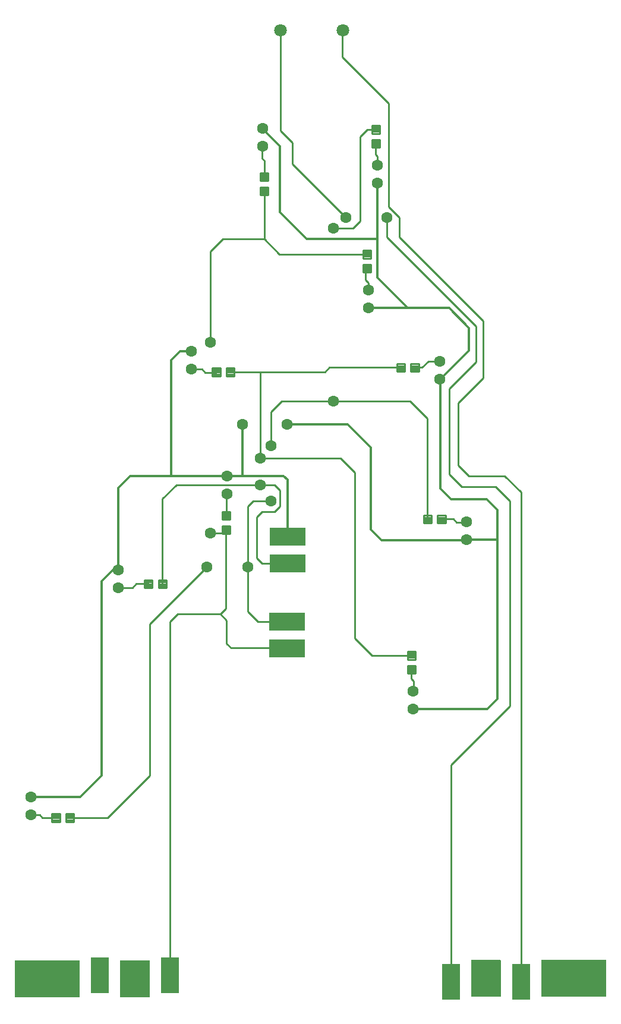
<source format=gbr>
G04 EAGLE Gerber RS-274X export*
G75*
%MOMM*%
%FSLAX34Y34*%
%LPD*%
%INBottom Copper*%
%IPPOS*%
%AMOC8*
5,1,8,0,0,1.08239X$1,22.5*%
G01*
%ADD10R,2.540000X5.080000*%
%ADD11R,5.080000X2.540000*%
%ADD12C,1.800000*%
%ADD13C,1.600000*%
%ADD14C,0.280000*%
%ADD15C,0.254000*%
%ADD16C,0.300000*%

G36*
X844648Y14956D02*
X844648Y14956D01*
X844767Y14963D01*
X844805Y14976D01*
X844846Y14981D01*
X844956Y15024D01*
X845069Y15061D01*
X845104Y15083D01*
X845141Y15098D01*
X845237Y15168D01*
X845338Y15231D01*
X845366Y15261D01*
X845399Y15284D01*
X845475Y15376D01*
X845556Y15463D01*
X845576Y15498D01*
X845601Y15529D01*
X845652Y15637D01*
X845710Y15741D01*
X845720Y15781D01*
X845737Y15817D01*
X845759Y15934D01*
X845789Y16049D01*
X845793Y16110D01*
X845797Y16130D01*
X845795Y16150D01*
X845799Y16210D01*
X845799Y66210D01*
X845784Y66328D01*
X845777Y66447D01*
X845764Y66485D01*
X845759Y66526D01*
X845716Y66636D01*
X845679Y66749D01*
X845657Y66784D01*
X845642Y66821D01*
X845573Y66917D01*
X845509Y67018D01*
X845479Y67046D01*
X845456Y67079D01*
X845364Y67155D01*
X845277Y67236D01*
X845242Y67256D01*
X845211Y67281D01*
X845103Y67332D01*
X844999Y67390D01*
X844959Y67400D01*
X844923Y67417D01*
X844806Y67439D01*
X844691Y67469D01*
X844631Y67473D01*
X844611Y67477D01*
X844590Y67475D01*
X844530Y67479D01*
X754530Y67479D01*
X754412Y67464D01*
X754293Y67457D01*
X754255Y67444D01*
X754214Y67439D01*
X754104Y67396D01*
X753991Y67359D01*
X753956Y67337D01*
X753919Y67322D01*
X753823Y67253D01*
X753722Y67189D01*
X753694Y67159D01*
X753661Y67136D01*
X753586Y67044D01*
X753504Y66957D01*
X753484Y66922D01*
X753459Y66891D01*
X753408Y66783D01*
X753350Y66679D01*
X753340Y66639D01*
X753323Y66603D01*
X753301Y66486D01*
X753271Y66371D01*
X753267Y66311D01*
X753263Y66291D01*
X753265Y66270D01*
X753261Y66210D01*
X753261Y16210D01*
X753276Y16092D01*
X753283Y15973D01*
X753296Y15935D01*
X753301Y15894D01*
X753344Y15784D01*
X753381Y15671D01*
X753403Y15636D01*
X753418Y15599D01*
X753488Y15503D01*
X753551Y15402D01*
X753581Y15374D01*
X753604Y15341D01*
X753696Y15266D01*
X753783Y15184D01*
X753818Y15164D01*
X753849Y15139D01*
X753957Y15088D01*
X754061Y15030D01*
X754101Y15020D01*
X754137Y15003D01*
X754254Y14981D01*
X754369Y14951D01*
X754430Y14947D01*
X754450Y14943D01*
X754470Y14945D01*
X754530Y14941D01*
X844530Y14941D01*
X844648Y14956D01*
G37*
G36*
X94648Y14156D02*
X94648Y14156D01*
X94767Y14163D01*
X94805Y14176D01*
X94846Y14181D01*
X94956Y14224D01*
X95069Y14261D01*
X95104Y14283D01*
X95141Y14298D01*
X95237Y14368D01*
X95338Y14431D01*
X95366Y14461D01*
X95399Y14484D01*
X95475Y14576D01*
X95556Y14663D01*
X95576Y14698D01*
X95601Y14729D01*
X95652Y14837D01*
X95710Y14941D01*
X95720Y14981D01*
X95737Y15017D01*
X95759Y15134D01*
X95789Y15249D01*
X95793Y15310D01*
X95797Y15330D01*
X95795Y15350D01*
X95799Y15410D01*
X95799Y65410D01*
X95784Y65528D01*
X95777Y65647D01*
X95764Y65685D01*
X95759Y65726D01*
X95716Y65836D01*
X95679Y65949D01*
X95657Y65984D01*
X95642Y66021D01*
X95573Y66117D01*
X95509Y66218D01*
X95479Y66246D01*
X95456Y66279D01*
X95364Y66355D01*
X95277Y66436D01*
X95242Y66456D01*
X95211Y66481D01*
X95103Y66532D01*
X94999Y66590D01*
X94959Y66600D01*
X94923Y66617D01*
X94806Y66639D01*
X94691Y66669D01*
X94631Y66673D01*
X94611Y66677D01*
X94590Y66675D01*
X94530Y66679D01*
X4530Y66679D01*
X4412Y66664D01*
X4293Y66657D01*
X4255Y66644D01*
X4214Y66639D01*
X4104Y66596D01*
X3991Y66559D01*
X3956Y66537D01*
X3919Y66522D01*
X3823Y66453D01*
X3722Y66389D01*
X3694Y66359D01*
X3661Y66336D01*
X3586Y66244D01*
X3504Y66157D01*
X3484Y66122D01*
X3459Y66091D01*
X3408Y65983D01*
X3350Y65879D01*
X3340Y65839D01*
X3323Y65803D01*
X3301Y65686D01*
X3271Y65571D01*
X3267Y65511D01*
X3263Y65491D01*
X3265Y65470D01*
X3261Y65410D01*
X3261Y15410D01*
X3276Y15292D01*
X3283Y15173D01*
X3296Y15135D01*
X3301Y15094D01*
X3344Y14984D01*
X3381Y14871D01*
X3403Y14836D01*
X3418Y14799D01*
X3488Y14703D01*
X3551Y14602D01*
X3581Y14574D01*
X3604Y14541D01*
X3696Y14466D01*
X3783Y14384D01*
X3818Y14364D01*
X3849Y14339D01*
X3957Y14288D01*
X4061Y14230D01*
X4101Y14220D01*
X4137Y14203D01*
X4254Y14181D01*
X4369Y14151D01*
X4430Y14147D01*
X4450Y14143D01*
X4470Y14145D01*
X4530Y14141D01*
X94530Y14141D01*
X94648Y14156D01*
G37*
G36*
X694648Y14956D02*
X694648Y14956D01*
X694767Y14963D01*
X694805Y14976D01*
X694846Y14981D01*
X694956Y15024D01*
X695069Y15061D01*
X695104Y15083D01*
X695141Y15098D01*
X695237Y15168D01*
X695338Y15231D01*
X695366Y15261D01*
X695399Y15284D01*
X695475Y15376D01*
X695556Y15463D01*
X695576Y15498D01*
X695601Y15529D01*
X695652Y15637D01*
X695710Y15741D01*
X695720Y15781D01*
X695737Y15817D01*
X695759Y15934D01*
X695789Y16049D01*
X695793Y16110D01*
X695797Y16130D01*
X695795Y16150D01*
X695799Y16210D01*
X695799Y66210D01*
X695784Y66328D01*
X695777Y66447D01*
X695764Y66485D01*
X695759Y66526D01*
X695716Y66636D01*
X695679Y66749D01*
X695657Y66784D01*
X695642Y66821D01*
X695573Y66917D01*
X695509Y67018D01*
X695479Y67046D01*
X695456Y67079D01*
X695364Y67155D01*
X695277Y67236D01*
X695242Y67256D01*
X695211Y67281D01*
X695103Y67332D01*
X694999Y67390D01*
X694959Y67400D01*
X694923Y67417D01*
X694806Y67439D01*
X694691Y67469D01*
X694631Y67473D01*
X694611Y67477D01*
X694590Y67475D01*
X694530Y67479D01*
X654530Y67479D01*
X654412Y67464D01*
X654293Y67457D01*
X654255Y67444D01*
X654214Y67439D01*
X654104Y67396D01*
X653991Y67359D01*
X653956Y67337D01*
X653919Y67322D01*
X653823Y67253D01*
X653722Y67189D01*
X653694Y67159D01*
X653661Y67136D01*
X653586Y67044D01*
X653504Y66957D01*
X653484Y66922D01*
X653459Y66891D01*
X653408Y66783D01*
X653350Y66679D01*
X653340Y66639D01*
X653323Y66603D01*
X653301Y66486D01*
X653271Y66371D01*
X653267Y66311D01*
X653263Y66291D01*
X653265Y66270D01*
X653261Y66210D01*
X653261Y16210D01*
X653276Y16092D01*
X653283Y15973D01*
X653296Y15935D01*
X653301Y15894D01*
X653344Y15784D01*
X653381Y15671D01*
X653403Y15636D01*
X653418Y15599D01*
X653488Y15503D01*
X653551Y15402D01*
X653581Y15374D01*
X653604Y15341D01*
X653696Y15266D01*
X653783Y15184D01*
X653818Y15164D01*
X653849Y15139D01*
X653957Y15088D01*
X654061Y15030D01*
X654101Y15020D01*
X654137Y15003D01*
X654254Y14981D01*
X654369Y14951D01*
X654430Y14947D01*
X654450Y14943D01*
X654470Y14945D01*
X654530Y14941D01*
X694530Y14941D01*
X694648Y14956D01*
G37*
G36*
X194648Y14156D02*
X194648Y14156D01*
X194767Y14163D01*
X194805Y14176D01*
X194846Y14181D01*
X194956Y14224D01*
X195069Y14261D01*
X195104Y14283D01*
X195141Y14298D01*
X195237Y14368D01*
X195338Y14431D01*
X195366Y14461D01*
X195399Y14484D01*
X195475Y14576D01*
X195556Y14663D01*
X195576Y14698D01*
X195601Y14729D01*
X195652Y14837D01*
X195710Y14941D01*
X195720Y14981D01*
X195737Y15017D01*
X195759Y15134D01*
X195789Y15249D01*
X195793Y15310D01*
X195797Y15330D01*
X195795Y15350D01*
X195799Y15410D01*
X195799Y65410D01*
X195784Y65528D01*
X195777Y65647D01*
X195764Y65685D01*
X195759Y65726D01*
X195716Y65836D01*
X195679Y65949D01*
X195657Y65984D01*
X195642Y66021D01*
X195573Y66117D01*
X195509Y66218D01*
X195479Y66246D01*
X195456Y66279D01*
X195364Y66355D01*
X195277Y66436D01*
X195242Y66456D01*
X195211Y66481D01*
X195103Y66532D01*
X194999Y66590D01*
X194959Y66600D01*
X194923Y66617D01*
X194806Y66639D01*
X194691Y66669D01*
X194631Y66673D01*
X194611Y66677D01*
X194590Y66675D01*
X194530Y66679D01*
X154530Y66679D01*
X154412Y66664D01*
X154293Y66657D01*
X154255Y66644D01*
X154214Y66639D01*
X154104Y66596D01*
X153991Y66559D01*
X153956Y66537D01*
X153919Y66522D01*
X153823Y66453D01*
X153722Y66389D01*
X153694Y66359D01*
X153661Y66336D01*
X153586Y66244D01*
X153504Y66157D01*
X153484Y66122D01*
X153459Y66091D01*
X153408Y65983D01*
X153350Y65879D01*
X153340Y65839D01*
X153323Y65803D01*
X153301Y65686D01*
X153271Y65571D01*
X153267Y65511D01*
X153263Y65491D01*
X153265Y65470D01*
X153261Y65410D01*
X153261Y15410D01*
X153276Y15292D01*
X153283Y15173D01*
X153296Y15135D01*
X153301Y15094D01*
X153344Y14984D01*
X153381Y14871D01*
X153403Y14836D01*
X153418Y14799D01*
X153488Y14703D01*
X153551Y14602D01*
X153581Y14574D01*
X153604Y14541D01*
X153696Y14466D01*
X153783Y14384D01*
X153818Y14364D01*
X153849Y14339D01*
X153957Y14288D01*
X154061Y14230D01*
X154101Y14220D01*
X154137Y14203D01*
X154254Y14181D01*
X154369Y14151D01*
X154430Y14147D01*
X154450Y14143D01*
X154470Y14145D01*
X154530Y14141D01*
X194530Y14141D01*
X194648Y14156D01*
G37*
D10*
X624530Y36210D03*
X724530Y36210D03*
X224530Y45410D03*
X124530Y45410D03*
D11*
X391760Y670190D03*
X391760Y632090D03*
X391270Y549210D03*
X391270Y511110D03*
D12*
X470800Y1391500D03*
D13*
X150600Y622800D03*
X150600Y597400D03*
X254900Y934300D03*
X254900Y908900D03*
X646800Y665900D03*
X646800Y691300D03*
X305700Y756500D03*
X305700Y731100D03*
X608700Y894500D03*
X608700Y919900D03*
X519800Y1173900D03*
X519800Y1199300D03*
X356500Y1251800D03*
X356500Y1226400D03*
X570600Y424600D03*
X570600Y450000D03*
X26300Y299300D03*
X26300Y273900D03*
X507100Y996100D03*
X507100Y1021500D03*
D12*
X381900Y1391500D03*
D14*
X199100Y597600D02*
X187900Y597600D01*
X187900Y608800D01*
X199100Y608800D01*
X199100Y597600D01*
X199100Y600260D02*
X187900Y600260D01*
X187900Y602920D02*
X199100Y602920D01*
X199100Y605580D02*
X187900Y605580D01*
X187900Y608240D02*
X199100Y608240D01*
X208090Y597600D02*
X219290Y597600D01*
X208090Y597600D02*
X208090Y608800D01*
X219290Y608800D01*
X219290Y597600D01*
X219290Y600260D02*
X208090Y600260D01*
X208090Y602920D02*
X219290Y602920D01*
X219290Y605580D02*
X208090Y605580D01*
X208090Y608240D02*
X219290Y608240D01*
X284800Y899200D02*
X296000Y899200D01*
X284800Y899200D02*
X284800Y910400D01*
X296000Y910400D01*
X296000Y899200D01*
X296000Y901860D02*
X284800Y901860D01*
X284800Y904520D02*
X296000Y904520D01*
X296000Y907180D02*
X284800Y907180D01*
X284800Y909840D02*
X296000Y909840D01*
X304990Y899200D02*
X316190Y899200D01*
X304990Y899200D02*
X304990Y910400D01*
X316190Y910400D01*
X316190Y899200D01*
X316190Y901860D02*
X304990Y901860D01*
X304990Y904520D02*
X316190Y904520D01*
X316190Y907180D02*
X304990Y907180D01*
X304990Y909840D02*
X316190Y909840D01*
X605700Y701000D02*
X616900Y701000D01*
X616900Y689800D01*
X605700Y689800D01*
X605700Y701000D01*
X605700Y692460D02*
X616900Y692460D01*
X616900Y695120D02*
X605700Y695120D01*
X605700Y697780D02*
X616900Y697780D01*
X616900Y700440D02*
X605700Y700440D01*
X596710Y701000D02*
X585510Y701000D01*
X596710Y701000D02*
X596710Y689800D01*
X585510Y689800D01*
X585510Y701000D01*
X585510Y692460D02*
X596710Y692460D01*
X596710Y695120D02*
X585510Y695120D01*
X585510Y697780D02*
X596710Y697780D01*
X596710Y700440D02*
X585510Y700440D01*
X298490Y705800D02*
X298490Y694600D01*
X298490Y705800D02*
X309690Y705800D01*
X309690Y694600D01*
X298490Y694600D01*
X298490Y697260D02*
X309690Y697260D01*
X309690Y699920D02*
X298490Y699920D01*
X298490Y702580D02*
X309690Y702580D01*
X309690Y705240D02*
X298490Y705240D01*
X298490Y685610D02*
X298490Y674410D01*
X298490Y685610D02*
X309690Y685610D01*
X309690Y674410D01*
X298490Y674410D01*
X298490Y677070D02*
X309690Y677070D01*
X309690Y679730D02*
X298490Y679730D01*
X298490Y682390D02*
X309690Y682390D01*
X309690Y685050D02*
X298490Y685050D01*
X567600Y916900D02*
X578800Y916900D01*
X578800Y905700D01*
X567600Y905700D01*
X567600Y916900D01*
X567600Y908360D02*
X578800Y908360D01*
X578800Y911020D02*
X567600Y911020D01*
X567600Y913680D02*
X578800Y913680D01*
X578800Y916340D02*
X567600Y916340D01*
X558610Y916900D02*
X547410Y916900D01*
X558610Y916900D02*
X558610Y905700D01*
X547410Y905700D01*
X547410Y916900D01*
X547410Y908360D02*
X558610Y908360D01*
X558610Y911020D02*
X547410Y911020D01*
X547410Y913680D02*
X558610Y913680D01*
X558610Y916340D02*
X547410Y916340D01*
X523200Y1224600D02*
X523200Y1235800D01*
X523200Y1224600D02*
X512000Y1224600D01*
X512000Y1235800D01*
X523200Y1235800D01*
X523200Y1227260D02*
X512000Y1227260D01*
X512000Y1229920D02*
X523200Y1229920D01*
X523200Y1232580D02*
X512000Y1232580D01*
X512000Y1235240D02*
X523200Y1235240D01*
X523200Y1244790D02*
X523200Y1255990D01*
X523200Y1244790D02*
X512000Y1244790D01*
X512000Y1255990D01*
X523200Y1255990D01*
X523200Y1247450D02*
X512000Y1247450D01*
X512000Y1250110D02*
X523200Y1250110D01*
X523200Y1252770D02*
X512000Y1252770D01*
X512000Y1255430D02*
X523200Y1255430D01*
X353100Y1188400D02*
X353100Y1177200D01*
X353100Y1188400D02*
X364300Y1188400D01*
X364300Y1177200D01*
X353100Y1177200D01*
X353100Y1179860D02*
X364300Y1179860D01*
X364300Y1182520D02*
X353100Y1182520D01*
X353100Y1185180D02*
X364300Y1185180D01*
X364300Y1187840D02*
X353100Y1187840D01*
X353100Y1168210D02*
X353100Y1157010D01*
X353100Y1168210D02*
X364300Y1168210D01*
X364300Y1157010D01*
X353100Y1157010D01*
X353100Y1159670D02*
X364300Y1159670D01*
X364300Y1162330D02*
X353100Y1162330D01*
X353100Y1164990D02*
X364300Y1164990D01*
X364300Y1167650D02*
X353100Y1167650D01*
X574000Y486500D02*
X574000Y475300D01*
X562800Y475300D01*
X562800Y486500D01*
X574000Y486500D01*
X574000Y477960D02*
X562800Y477960D01*
X562800Y480620D02*
X574000Y480620D01*
X574000Y483280D02*
X562800Y483280D01*
X562800Y485940D02*
X574000Y485940D01*
X574000Y495490D02*
X574000Y506690D01*
X574000Y495490D02*
X562800Y495490D01*
X562800Y506690D01*
X574000Y506690D01*
X574000Y498150D02*
X562800Y498150D01*
X562800Y500810D02*
X574000Y500810D01*
X574000Y503470D02*
X562800Y503470D01*
X562800Y506130D02*
X574000Y506130D01*
X67400Y264200D02*
X56200Y264200D01*
X56200Y275400D01*
X67400Y275400D01*
X67400Y264200D01*
X67400Y266860D02*
X56200Y266860D01*
X56200Y269520D02*
X67400Y269520D01*
X67400Y272180D02*
X56200Y272180D01*
X56200Y274840D02*
X67400Y274840D01*
X76390Y264200D02*
X87590Y264200D01*
X76390Y264200D02*
X76390Y275400D01*
X87590Y275400D01*
X87590Y264200D01*
X87590Y266860D02*
X76390Y266860D01*
X76390Y269520D02*
X87590Y269520D01*
X87590Y272180D02*
X76390Y272180D01*
X76390Y274840D02*
X87590Y274840D01*
X510500Y1046800D02*
X510500Y1058000D01*
X510500Y1046800D02*
X499300Y1046800D01*
X499300Y1058000D01*
X510500Y1058000D01*
X510500Y1049460D02*
X499300Y1049460D01*
X499300Y1052120D02*
X510500Y1052120D01*
X510500Y1054780D02*
X499300Y1054780D01*
X499300Y1057440D02*
X510500Y1057440D01*
X510500Y1066990D02*
X510500Y1078190D01*
X510500Y1066990D02*
X499300Y1066990D01*
X499300Y1078190D01*
X510500Y1078190D01*
X510500Y1069650D02*
X499300Y1069650D01*
X499300Y1072310D02*
X510500Y1072310D01*
X510500Y1074970D02*
X499300Y1074970D01*
X499300Y1077630D02*
X510500Y1077630D01*
D15*
X724530Y733430D02*
X724530Y36210D01*
X724530Y733430D02*
X701040Y756920D01*
X650240Y756920D01*
X635000Y772160D01*
X635000Y861060D01*
X670560Y896620D02*
X670560Y977900D01*
X670560Y896620D02*
X635000Y861060D01*
X670560Y977900D02*
X551180Y1097280D01*
X551180Y1125220D02*
X535940Y1140460D01*
X535940Y1287780D01*
X469900Y1353820D01*
X469900Y1390600D01*
X470800Y1391500D01*
X551180Y1125220D02*
X551180Y1097280D01*
X624530Y345130D02*
X624530Y36210D01*
X624530Y345130D02*
X708660Y429260D01*
X708660Y721360D01*
X688340Y741680D01*
X640080Y741680D01*
X622300Y759460D01*
X622300Y881380D01*
X660400Y919480D01*
X660400Y970280D01*
X533400Y1097280D01*
X381900Y1248780D02*
X381900Y1391500D01*
X533400Y1125220D02*
X533400Y1097280D01*
D13*
X533400Y1125220D03*
X474980Y1125220D03*
D15*
X398780Y1231900D02*
X381900Y1248780D01*
X398780Y1201420D02*
X474980Y1125220D01*
X398780Y1201420D02*
X398780Y1231900D01*
X224530Y549650D02*
X224530Y45410D01*
X304090Y608190D02*
X304090Y680010D01*
X358700Y1094180D02*
X358700Y1162610D01*
X380290Y1072590D02*
X504900Y1072590D01*
X380290Y1072590D02*
X358700Y1094180D01*
X304090Y680010D02*
X299720Y675640D01*
X281940Y675640D01*
D13*
X281940Y675640D03*
X281940Y947420D03*
D15*
X281940Y1076960D01*
X299720Y1094740D01*
X358140Y1094740D01*
X358700Y1094180D01*
X304090Y680010D02*
X304090Y568250D01*
X295910Y560070D01*
X234950Y560070D01*
X224530Y549650D01*
X295910Y560070D02*
X304800Y551180D01*
X390570Y511810D02*
X391270Y511110D01*
X390570Y511810D02*
X311150Y511810D01*
X304800Y518160D01*
X304800Y551180D01*
X310590Y904800D02*
X353060Y904800D01*
X445060Y904800D01*
X451560Y911300D02*
X553010Y911300D01*
X451560Y911300D02*
X445060Y904800D01*
X213690Y724230D02*
X213690Y603200D01*
X213690Y724230D02*
X233310Y743850D01*
X353430Y743850D01*
D13*
X353430Y743850D03*
X353060Y782320D03*
D15*
X353060Y904800D01*
X353060Y782320D02*
X467360Y782320D01*
X487680Y762000D01*
X487680Y525780D01*
X512370Y501090D02*
X568400Y501090D01*
X512370Y501090D02*
X487680Y525780D01*
X391760Y632090D02*
X355970Y632090D01*
X347980Y640080D01*
X353430Y743850D02*
X373750Y743850D01*
X381000Y736600D01*
X381000Y713740D01*
X373380Y706120D01*
X355600Y706120D01*
X347980Y698500D01*
X347980Y640080D01*
D16*
X150600Y622800D02*
X150600Y739880D01*
X167220Y756500D02*
X226060Y756500D01*
X305700Y756500D01*
X167220Y756500D02*
X150600Y739880D01*
X238340Y934300D02*
X254900Y934300D01*
X238340Y934300D02*
X226060Y922020D01*
X226060Y756500D01*
X519380Y1173480D02*
X519800Y1173900D01*
X327660Y756500D02*
X305700Y756500D01*
X327660Y756500D02*
X330200Y756500D01*
X333160Y756500D01*
X507100Y996100D02*
X561340Y996100D01*
X621880Y996100D01*
X650240Y967740D01*
X676060Y424600D02*
X570600Y424600D01*
X690880Y665480D02*
X690880Y708660D01*
X690880Y665480D02*
X690880Y439420D01*
X676060Y424600D01*
X690460Y665900D02*
X646800Y665900D01*
X690460Y665900D02*
X690880Y665480D01*
X609600Y894500D02*
X608700Y894500D01*
X96520Y299300D02*
X26300Y299300D01*
X142740Y622800D02*
X150600Y622800D01*
X142740Y622800D02*
X127000Y607060D01*
X327660Y756500D02*
X327660Y830580D01*
D13*
X327660Y830580D03*
X391160Y830580D03*
D16*
X477520Y830580D01*
X510540Y797560D01*
X510540Y680720D01*
X525780Y665480D01*
X646380Y665480D01*
X646800Y665900D01*
X519800Y1094740D02*
X519800Y1173900D01*
X519800Y1094740D02*
X519800Y1039760D01*
X561340Y998220D02*
X561340Y996100D01*
X561340Y998220D02*
X519800Y1039760D01*
X127000Y329780D02*
X96520Y299300D01*
X127000Y329780D02*
X127000Y607060D01*
X609600Y739140D02*
X624840Y723900D01*
X675640Y723900D01*
X690880Y708660D01*
X609600Y893600D02*
X608700Y894500D01*
X609600Y893600D02*
X609600Y739140D01*
X609600Y894500D02*
X650240Y935140D01*
X650240Y967740D01*
X519800Y1094740D02*
X419100Y1094740D01*
X381000Y1132840D01*
X381000Y1226400D01*
X356500Y1250900D01*
X356500Y1251800D01*
X391760Y751240D02*
X391760Y670190D01*
X391760Y751240D02*
X386080Y756920D01*
X330620Y756920D01*
X330200Y756500D01*
D15*
X170680Y597400D02*
X150600Y597400D01*
X176480Y603200D02*
X193500Y603200D01*
X176480Y603200D02*
X170680Y597400D01*
X611300Y695400D02*
X627940Y695400D01*
X632460Y690880D01*
X646380Y690880D01*
X646800Y691300D01*
X304800Y700910D02*
X304800Y730200D01*
X304800Y700910D02*
X304090Y700200D01*
X304800Y730200D02*
X305700Y731100D01*
X573200Y911300D02*
X583640Y911300D01*
X592240Y919900D02*
X608700Y919900D01*
X592240Y919900D02*
X583640Y911300D01*
X519800Y1199300D02*
X519800Y1212480D01*
X517600Y1214680D02*
X517600Y1230200D01*
X517600Y1214680D02*
X519800Y1212480D01*
X358700Y1205940D02*
X358700Y1182800D01*
X358700Y1205940D02*
X355600Y1209040D01*
X355600Y1225500D01*
X356500Y1226400D01*
X568400Y480900D02*
X568400Y467920D01*
X571500Y464820D01*
X571500Y450900D01*
X570600Y450000D01*
X38520Y273900D02*
X26300Y273900D01*
X42620Y269800D02*
X61800Y269800D01*
X42620Y269800D02*
X38520Y273900D01*
X507100Y1021500D02*
X507100Y1032140D01*
X502920Y1036320D01*
X502920Y1050420D01*
X504900Y1052400D01*
X269660Y908900D02*
X254900Y908900D01*
X269660Y908900D02*
X274320Y904240D01*
X289840Y904240D01*
X290400Y904800D01*
X135180Y269800D02*
X81990Y269800D01*
X195580Y546100D02*
X276860Y627380D01*
D13*
X276860Y627380D03*
X335280Y627380D03*
D15*
X195580Y330200D02*
X135180Y269800D01*
X195580Y330200D02*
X195580Y546100D01*
D13*
X368300Y800100D03*
D15*
X457200Y863600D02*
X566420Y863600D01*
X591110Y838910D02*
X591110Y695400D01*
X591110Y838910D02*
X566420Y863600D01*
D13*
X457200Y863600D03*
X457200Y1109980D03*
D15*
X505460Y1250390D02*
X517600Y1250390D01*
X368300Y848360D02*
X368300Y800100D01*
X368300Y848360D02*
X383540Y863600D01*
X457200Y863600D01*
X457200Y1109980D02*
X485140Y1109980D01*
X495300Y1120140D01*
X495300Y1240230D01*
X505460Y1250390D01*
X391270Y549210D02*
X349950Y549210D01*
X335280Y563880D02*
X335280Y627380D01*
X335280Y563880D02*
X349950Y549210D01*
X335280Y627380D02*
X335280Y713740D01*
X342900Y721360D01*
X368300Y721360D01*
D13*
X368300Y721360D03*
M02*

</source>
